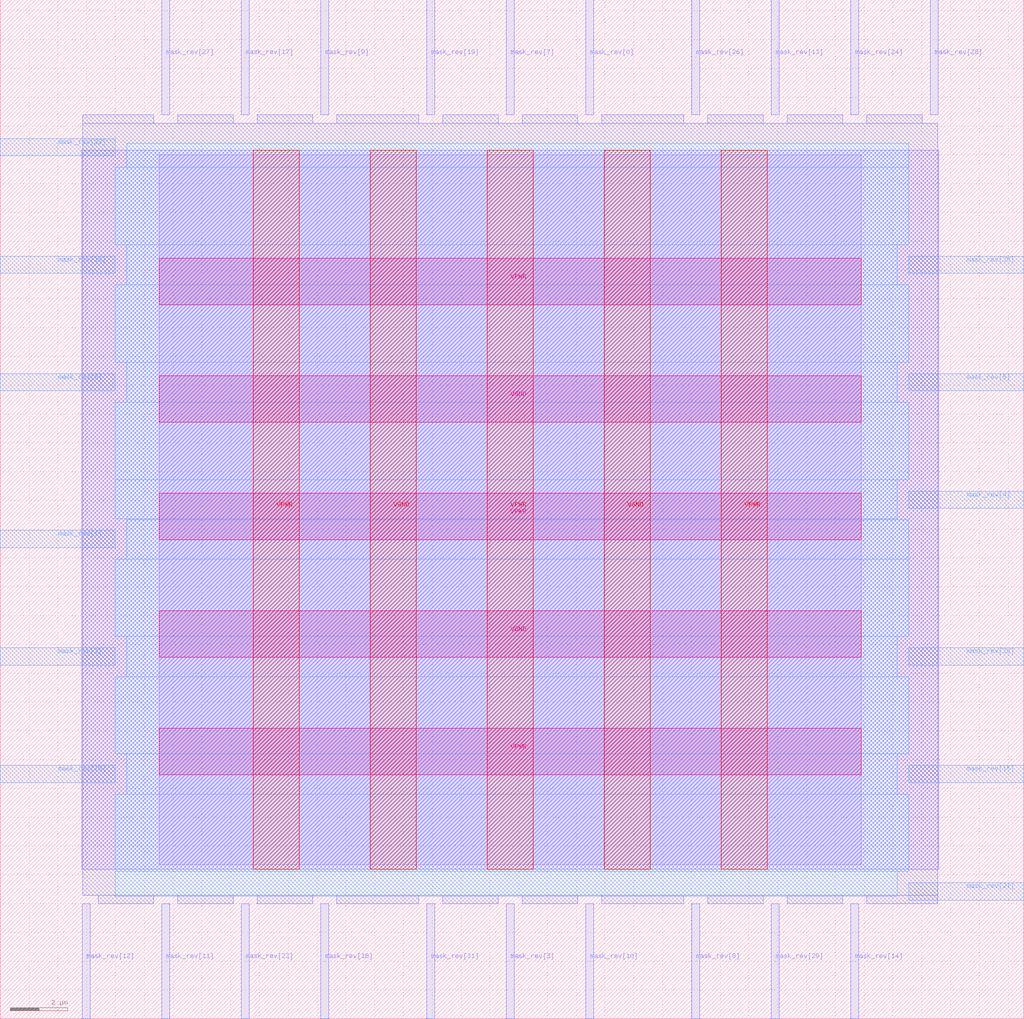
<source format=lef>
VERSION 5.7 ;
  NOWIREEXTENSIONATPIN ON ;
  DIVIDERCHAR "/" ;
  BUSBITCHARS "[]" ;
MACRO user_id_programming
  CLASS BLOCK ;
  FOREIGN user_id_programming ;
  ORIGIN 0.000 0.000 ;
  SIZE 35.545 BY 35.385 ;
  PIN mask_rev[0]
    PORT
      LAYER met2 ;
        RECT 20.330 31.385 20.610 35.385 ;
    END
  END mask_rev[0]
  PIN mask_rev[10]
    PORT
      LAYER met2 ;
        RECT 20.330 0.000 20.610 4.000 ;
    END
  END mask_rev[10]
  PIN mask_rev[11]
    PORT
      LAYER met2 ;
        RECT 5.610 0.000 5.890 4.000 ;
    END
  END mask_rev[11]
  PIN mask_rev[12]
    PORT
      LAYER met2 ;
        RECT 2.850 0.000 3.130 4.000 ;
    END
  END mask_rev[12]
  PIN mask_rev[13]
    PORT
      LAYER met2 ;
        RECT 26.770 31.385 27.050 35.385 ;
    END
  END mask_rev[13]
  PIN mask_rev[14]
    PORT
      LAYER met2 ;
        RECT 29.530 0.000 29.810 4.000 ;
    END
  END mask_rev[14]
  PIN mask_rev[16]
    PORT
      LAYER met2 ;
        RECT 11.130 0.000 11.410 4.000 ;
    END
  END mask_rev[16]
  PIN mask_rev[17]
    PORT
      LAYER met2 ;
        RECT 8.370 31.385 8.650 35.385 ;
    END
  END mask_rev[17]
  PIN mask_rev[19]
    PORT
      LAYER met2 ;
        RECT 14.810 31.385 15.090 35.385 ;
    END
  END mask_rev[19]
  PIN mask_rev[23]
    PORT
      LAYER met2 ;
        RECT 8.370 0.000 8.650 4.000 ;
    END
  END mask_rev[23]
  PIN mask_rev[24]
    PORT
      LAYER met2 ;
        RECT 29.530 31.385 29.810 35.385 ;
    END
  END mask_rev[24]
  PIN mask_rev[26]
    PORT
      LAYER met2 ;
        RECT 24.010 31.385 24.290 35.385 ;
    END
  END mask_rev[26]
  PIN mask_rev[27]
    PORT
      LAYER met2 ;
        RECT 5.610 31.385 5.890 35.385 ;
    END
  END mask_rev[27]
  PIN mask_rev[28]
    PORT
      LAYER met2 ;
        RECT 32.290 31.385 32.570 35.385 ;
    END
  END mask_rev[28]
  PIN mask_rev[29]
    PORT
      LAYER met2 ;
        RECT 26.770 0.000 27.050 4.000 ;
    END
  END mask_rev[29]
  PIN mask_rev[31]
    PORT
      LAYER met2 ;
        RECT 14.810 0.000 15.090 4.000 ;
    END
  END mask_rev[31]
  PIN mask_rev[3]
    PORT
      LAYER met2 ;
        RECT 17.570 0.000 17.850 4.000 ;
    END
  END mask_rev[3]
  PIN mask_rev[7]
    PORT
      LAYER met2 ;
        RECT 17.570 31.385 17.850 35.385 ;
    END
  END mask_rev[7]
  PIN mask_rev[8]
    PORT
      LAYER met2 ;
        RECT 24.010 0.000 24.290 4.000 ;
    END
  END mask_rev[8]
  PIN mask_rev[9]
    PORT
      LAYER met2 ;
        RECT 11.130 31.385 11.410 35.385 ;
    END
  END mask_rev[9]
  PIN mask_rev[15]
    PORT
      LAYER met3 ;
        RECT 31.545 8.200 35.545 8.800 ;
    END
  END mask_rev[15]
  PIN mask_rev[18]
    PORT
      LAYER met3 ;
        RECT 0.000 25.880 4.000 26.480 ;
    END
  END mask_rev[18]
  PIN mask_rev[1]
    PORT
      LAYER met3 ;
        RECT 0.000 16.360 4.000 16.960 ;
    END
  END mask_rev[1]
  PIN mask_rev[20]
    PORT
      LAYER met3 ;
        RECT 31.545 12.280 35.545 12.880 ;
    END
  END mask_rev[20]
  PIN mask_rev[21]
    PORT
      LAYER met3 ;
        RECT 31.545 4.120 35.545 4.720 ;
    END
  END mask_rev[21]
  PIN mask_rev[22]
    PORT
      LAYER met3 ;
        RECT 0.000 29.960 4.000 30.560 ;
    END
  END mask_rev[22]
  PIN mask_rev[25]
    PORT
      LAYER met3 ;
        RECT 0.000 8.200 4.000 8.800 ;
    END
  END mask_rev[25]
  PIN mask_rev[2]
    PORT
      LAYER met3 ;
        RECT 0.000 12.280 4.000 12.880 ;
    END
  END mask_rev[2]
  PIN mask_rev[30]
    PORT
      LAYER met3 ;
        RECT 31.545 25.880 35.545 26.480 ;
    END
  END mask_rev[30]
  PIN mask_rev[4]
    PORT
      LAYER met3 ;
        RECT 31.545 17.720 35.545 18.320 ;
    END
  END mask_rev[4]
  PIN mask_rev[5]
    PORT
      LAYER met3 ;
        RECT 31.545 21.800 35.545 22.400 ;
    END
  END mask_rev[5]
  PIN mask_rev[6]
    PORT
      LAYER met3 ;
        RECT 0.000 21.800 4.000 22.400 ;
    END
  END mask_rev[6]
  PIN VGND
    USE GROUND ;
    PORT
      LAYER met5 ;
        RECT 5.520 20.720 29.900 22.320 ;
    END
    PORT
      LAYER met5 ;
        RECT 5.520 12.560 29.900 14.160 ;
    END
    PORT
      LAYER met4 ;
        RECT 20.970 5.200 22.570 30.160 ;
    END
    PORT
      LAYER met4 ;
        RECT 12.845 5.200 14.445 30.160 ;
    END
  END VGND
  PIN VPWR
    USE POWER ;
    PORT
      LAYER met5 ;
        RECT 5.520 16.640 29.900 18.240 ;
    END
    PORT
      LAYER met5 ;
        RECT 5.520 24.800 29.900 26.400 ;
    END
    PORT
      LAYER met5 ;
        RECT 5.520 8.480 29.900 10.080 ;
    END
    PORT
      LAYER met4 ;
        RECT 8.780 5.200 10.380 30.160 ;
    END
    PORT
      LAYER met4 ;
        RECT 16.910 5.200 18.510 30.160 ;
    END
    PORT
      LAYER met4 ;
        RECT 25.035 5.200 26.635 30.160 ;
    END
  END VPWR
  OBS
      LAYER li1 ;
        RECT 5.520 5.355 29.900 30.005 ;
      LAYER met1 ;
        RECT 2.830 5.200 32.590 30.160 ;
      LAYER met2 ;
        RECT 2.860 31.105 5.330 31.385 ;
        RECT 6.170 31.105 8.090 31.385 ;
        RECT 8.930 31.105 10.850 31.385 ;
        RECT 11.690 31.105 14.530 31.385 ;
        RECT 15.370 31.105 17.290 31.385 ;
        RECT 18.130 31.105 20.050 31.385 ;
        RECT 20.890 31.105 23.730 31.385 ;
        RECT 24.570 31.105 26.490 31.385 ;
        RECT 27.330 31.105 29.250 31.385 ;
        RECT 30.090 31.105 32.010 31.385 ;
        RECT 2.860 4.280 32.560 31.105 ;
        RECT 3.410 4.000 5.330 4.280 ;
        RECT 6.170 4.000 8.090 4.280 ;
        RECT 8.930 4.000 10.850 4.280 ;
        RECT 11.690 4.000 14.530 4.280 ;
        RECT 15.370 4.000 17.290 4.280 ;
        RECT 18.130 4.000 20.050 4.280 ;
        RECT 20.890 4.000 23.730 4.280 ;
        RECT 24.570 4.000 26.490 4.280 ;
        RECT 27.330 4.000 29.250 4.280 ;
        RECT 30.090 4.000 32.560 4.280 ;
      LAYER met3 ;
        RECT 4.400 29.560 31.545 30.410 ;
        RECT 4.000 26.880 31.545 29.560 ;
        RECT 4.400 25.480 31.145 26.880 ;
        RECT 4.000 22.800 31.545 25.480 ;
        RECT 4.400 21.400 31.145 22.800 ;
        RECT 4.000 18.720 31.545 21.400 ;
        RECT 4.000 17.360 31.145 18.720 ;
        RECT 4.400 17.320 31.145 17.360 ;
        RECT 4.400 15.960 31.545 17.320 ;
        RECT 4.000 13.280 31.545 15.960 ;
        RECT 4.400 11.880 31.145 13.280 ;
        RECT 4.000 9.200 31.545 11.880 ;
        RECT 4.400 7.800 31.145 9.200 ;
        RECT 4.000 5.120 31.545 7.800 ;
        RECT 4.000 4.255 31.145 5.120 ;
  END
END user_id_programming
END LIBRARY

</source>
